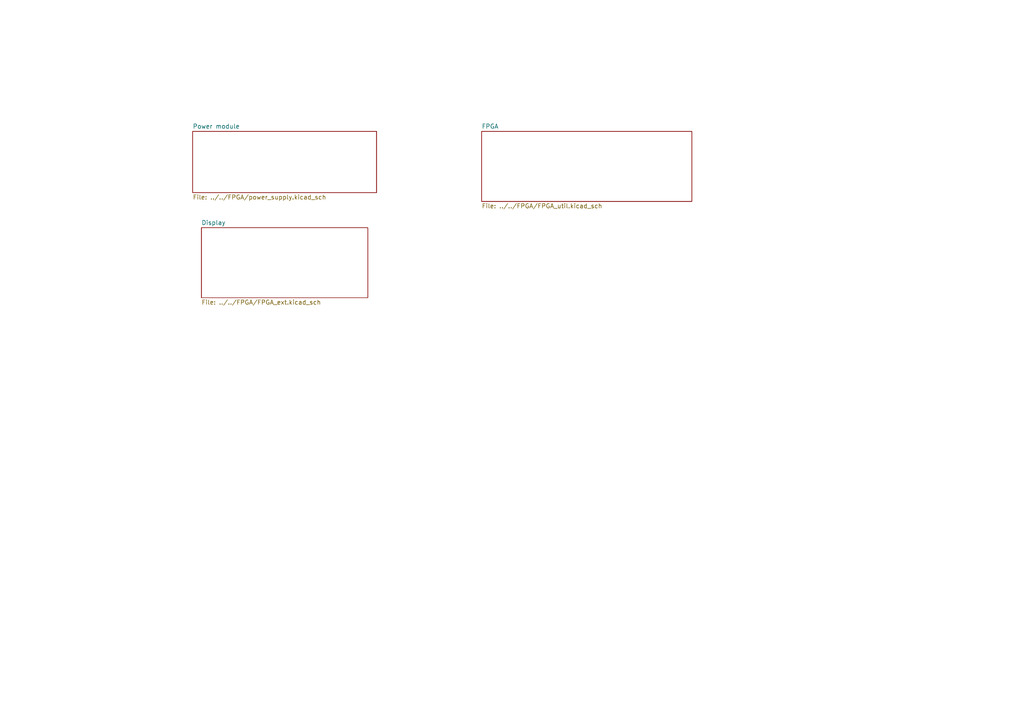
<source format=kicad_sch>
(kicad_sch (version 20230121) (generator eeschema)

  (uuid 5740d847-4eb3-4a6b-a38f-f4c424f96303)

  (paper "A4")

  (lib_symbols
  )


  (sheet (at 58.42 66.04) (size 48.26 20.32) (fields_autoplaced)
    (stroke (width 0.1524) (type solid))
    (fill (color 0 0 0 0.0000))
    (uuid 3c989d48-7d42-46f7-b174-03e1baed40b8)
    (property "Sheetname" "Display" (at 58.42 65.3284 0)
      (effects (font (size 1.27 1.27)) (justify left bottom))
    )
    (property "Sheetfile" "../../FPGA/FPGA_ext.kicad_sch" (at 58.42 86.9446 0)
      (effects (font (size 1.27 1.27)) (justify left top))
    )
    (instances
      (project "Final_schemtic"
        (path "/5740d847-4eb3-4a6b-a38f-f4c424f96303" (page "4"))
      )
    )
  )

  (sheet (at 139.7 38.1) (size 60.96 20.32) (fields_autoplaced)
    (stroke (width 0.1524) (type solid))
    (fill (color 0 0 0 0.0000))
    (uuid b3f719b1-b4b9-40fa-97d4-2abab7c7c6e6)
    (property "Sheetname" "FPGA" (at 139.7 37.3884 0)
      (effects (font (size 1.27 1.27)) (justify left bottom))
    )
    (property "Sheetfile" "../../FPGA/FPGA_util.kicad_sch" (at 139.7 59.0046 0)
      (effects (font (size 1.27 1.27)) (justify left top))
    )
    (instances
      (project "Final_schemtic"
        (path "/5740d847-4eb3-4a6b-a38f-f4c424f96303" (page "3"))
      )
    )
  )

  (sheet (at 55.88 38.1) (size 53.34 17.78) (fields_autoplaced)
    (stroke (width 0.1524) (type solid))
    (fill (color 0 0 0 0.0000))
    (uuid d372415d-bf75-473c-aeb4-b01a1a8dab2d)
    (property "Sheetname" "Power module" (at 55.88 37.3884 0)
      (effects (font (size 1.27 1.27)) (justify left bottom))
    )
    (property "Sheetfile" "../../FPGA/power_supply.kicad_sch" (at 55.88 56.4646 0)
      (effects (font (size 1.27 1.27)) (justify left top))
    )
    (instances
      (project "Final_schemtic"
        (path "/5740d847-4eb3-4a6b-a38f-f4c424f96303" (page "2"))
      )
    )
  )

  (sheet_instances
    (path "/" (page "1"))
  )
)

</source>
